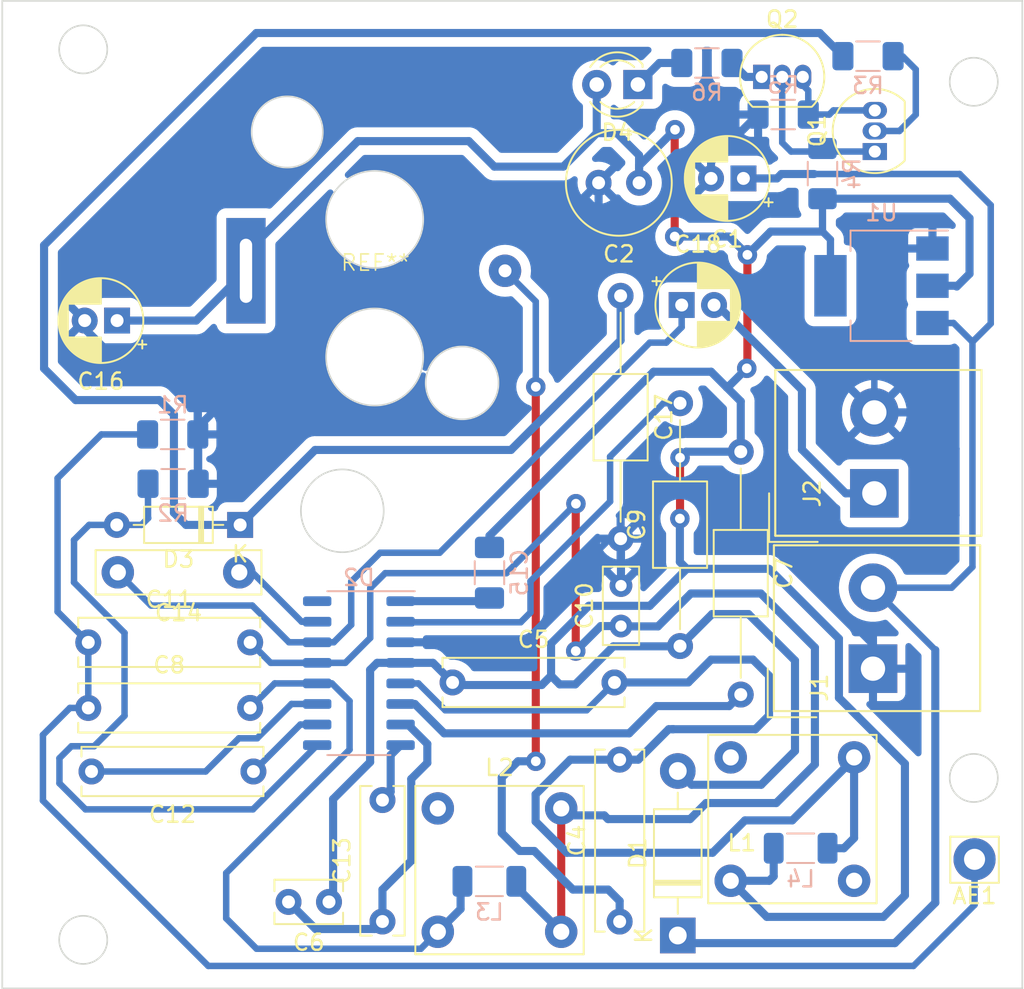
<source format=kicad_pcb>
(kicad_pcb (version 20221018) (generator pcbnew)
  (layers (0 "F.Cu" signal) (31 "B.Cu" signal) (34 "B.Paste" user) (35 "F.Paste" user) (36 "B.SilkS" user "B.Silkscreen") (37 "F.SilkS" user "F.Silkscreen") (38 "B.Mask" user) (39 "F.Mask" user) (44 "Edge.Cuts" user))
  (net 0 "")
  (net 1 "Net-(AE1-A)")
  (net 2 "Net-(D1-K)")
  (net 3 "Earth")
  (net 4 "+3V3")
  (net 5 "Net-(C3-Pad2)")
  (net 6 "Net-(D2-OSC)")
  (net 7 "Net-(C13-Pad1)")
  (net 8 "Net-(C7-Pad2)")
  (net 9 "Net-(D2-input)")
  (net 10 "Net-(C9-Pad2)")
  (net 11 "Net-(C10-Pad1)")
  (net 12 "Net-(C12-Pad1)")
  (net 13 "Net-(C12-Pad2)")
  (net 14 "Net-(C13-Pad2)")
  (net 15 "Net-(C14-Pad1)")
  (net 16 "Net-(D2-MUX)")
  (net 17 "Net-(C15-Pad1)")
  (net 18 "Net-(D3-K)")
  (net 19 "Net-(J2-Pin_1)")
  (net 20 "Net-(D2-fld)")
  (net 22 "Net-(D4-K)")
  (net 23 "Net-(Q1-C)")
  (net 24 "Net-(Q1-B)")
  (net 25 "Net-(Q1-E)")
  (net 26 "Net-(Q2-C)")
  (footprint "Capacitor_THT:CP_Radial_D5.0mm_P2.00mm" (layer "F.Cu") (at 116.275113 60.47 180)
    (fp_text reference "C1")
    (fp_text value "10mk")
  )
  (footprint "my_library:Capasitor_Variable" (layer "F.Cu") (at 93.55 66.175)
    (fp_text reference "REF**")
    (fp_text value "Capasitor_Variable")
  )
  (footprint "Capacitor_THT:C_Rect_L11.0mm_W2.8mm_P10.00mm_MKT" (layer "F.Cu") (at 75.81 93.175)
    (fp_text reference "C8")
    (fp_text value "68")
  )
  (footprint "Capacitor_THT:C_Radial_D6.3mm_H5.0mm_P2.50mm" (layer "F.Cu") (at 109.83 60.74 180)
    (fp_text reference "C2")
    (fp_text value "22mk")
  )
  (footprint "Capacitor_THT:C_Rect_L11.0mm_W2.8mm_P10.00mm_MKT" (layer "F.Cu") (at 86.01 97.1 180)
    (fp_text reference "C12")
    (fp_text value "3.3n")
  )
  (footprint "Capacitor_THT:CP_Radial_D5.0mm_P2.00mm" (layer "F.Cu") (at 77.59 69.25 180)
    (fp_text reference "C16")
    (fp_text value "10mk")
  )
  (footprint "Package_TO_SOT_THT:TO-92_Inline" (layer "F.Cu") (at 124.39 58.81 90)
    (fp_text reference "Q1")
    (fp_text value "BC549")
  )
  (footprint "Capacitor_THT:CP_Radial_D5.0mm_P2.00mm" (layer "F.Cu") (at 112.46 68.29)
    (fp_text reference "C18")
    (fp_text value "10mk")
  )
  (footprint "Capacitor_THT:C_Rect_L11.0mm_W2.8mm_P10.00mm_MKT" (layer "F.Cu") (at 108.63 106.37 90)
    (fp_text reference "C4")
    (fp_text value "C")
  )
  (footprint "Capacitor_THT:C_Rect_L9.0mm_W2.5mm_P7.50mm_MKT" (layer "F.Cu") (at 93.98 106.366 90)
    (fp_text reference "C13")
    (fp_text value "330")
  )
  (footprint "Capacitor_THT:C_Axial_L5.1mm_D3.1mm_P15.00mm_Horizontal" (layer "F.Cu") (at 112.36 89.355 90)
    (fp_text reference "C9")
    (fp_text value "100n")
  )
  (footprint "Inductor_THT:L_Radial_L10.2mm_W10.2mm_Px7.62mm_Py7.62mm_Pulse_LP-30" (layer "F.Cu") (at 97.4 107)
    (fp_text reference "L2")
    (fp_text value "L_Small")
  )
  (footprint "LED_THT:LED_D3.0mm" (layer "F.Cu") (at 109.755 54.67 180)
    (fp_text reference "D4")
    (fp_text value "LED")
  )
  (footprint "Capacitor_THT:C_Rect_L11.0mm_W2.8mm_P10.00mm_MKT" (layer "F.Cu") (at 98.31 91.6)
    (fp_text reference "C5")
    (fp_text value "22")
  )
  (footprint "Inductor_THT:L_Radial_L10.2mm_W10.2mm_Px7.62mm_Py7.62mm_Pulse_LP-30" (layer "F.Cu") (at 115.49 103.85)
    (fp_text reference "L1")
    (fp_text value "L_Trim")
  )
  (footprint "Connector_Pin:Pin_D1.3mm_L11.3mm_W2.8mm_Flat" (layer "F.Cu") (at 130.55 102.525)
    (fp_text reference "AE1")
    (fp_text value "Antenna")
  )
  (footprint "Capacitor_THT:C_Rect_L10.0mm_W2.5mm_P7.50mm_MKS4" (layer "F.Cu") (at 85.135 84.8 180)
    (fp_text reference "C14")
    (fp_text value "270")
  )
  (footprint "Package_TO_SOT_THT:TO-92_Inline" (layer "F.Cu") (at 117.4 54.2)
    (fp_text reference "Q2")
    (fp_text value "BC549")
  )
  (footprint "TerminalBlock_Altech:Altech_AK300_1x02_P5.00mm_45-Degree" (layer "F.Cu") (at 124.36 79.92 90)
    (fp_text reference "J2")
    (fp_text value "Screw_Terminal_01x02")
  )
  (footprint "Diode_THT:D_DO-41_SOD81_P10.16mm_Horizontal" (layer "F.Cu") (at 112.22 107.23 90)
    (fp_text reference "D1")
    (fp_text value "1N4003")
  )
  (footprint "TerminalBlock_Altech:Altech_AK300_1x02_P5.00mm_45-Degree" (layer "F.Cu") (at 124.2763 90.7495 90)
    (fp_text reference "J1")
    (fp_text value "Screw_Terminal_01x02")
  )
  (footprint "Capacitor_THT:C_Axial_L5.1mm_D3.1mm_P15.00mm_Horizontal" (layer "F.Cu") (at 116.11 77.35 -90)
    (fp_text reference "C7")
    (fp_text value "100n")
  )
  (footprint "Capacitor_THT:C_Rect_L4.6mm_W2.0mm_P2.50mm_MKS02_FKP02" (layer "F.Cu") (at 108.712 88.118 90)
    (fp_text reference "C10")
    (fp_text value "220")
  )
  (footprint "Capacitor_THT:C_Rect_L4.0mm_W2.5mm_P2.50mm" (layer "F.Cu") (at 90.678 105.156 180)
    (fp_text reference "C6")
    (fp_text value "1.5n")
  )
  (footprint "Capacitor_THT:C_Axial_L5.1mm_D3.1mm_P15.00mm_Horizontal" (layer "F.Cu") (at 108.69 67.72 -90)
    (fp_text reference "C17")
    (fp_text value "100n")
  )
  (footprint "Diode_THT:D_DO-35_SOD27_P7.62mm_Horizontal" (layer "F.Cu") (at 85.19 81.87 180)
    (fp_text reference "D3")
    (fp_text value "BAW75")
  )
  (footprint "Capacitor_THT:C_Rect_L11.0mm_W2.8mm_P10.00mm_MKT" (layer "F.Cu") (at 75.81 89.125)
    (fp_text reference "C11")
    (fp_text value "56")
  )
  (footprint "Package_SO:SO-16_3.9x9.9mm_P1.27mm" (layer "B.Cu") (at 92.525 91.025 180)
    (fp_text reference "D2")
    (fp_text value "~")
  )
  (footprint "Resistor_SMD:R_1206_3216Metric_Pad1.30x1.75mm_HandSolder" (layer "B.Cu") (at 81.05 79.33)
    (fp_text reference "R2")
    (fp_text value "33k")
  )
  (footprint "Resistor_SMD:R_1206_3216Metric_Pad1.30x1.75mm_HandSolder" (layer "B.Cu") (at 114.02 53.34)
    (fp_text reference "R6")
    (fp_text value "330")
  )
  (footprint "Resistor_SMD:R_1206_3216Metric_Pad1.30x1.75mm_HandSolder" (layer "B.Cu") (at 118.73 56.525 180)
    (fp_text reference "R5")
    (fp_text value "15")
  )
  (footprint "Inductor_SMD:L_1206_3216Metric_Pad1.22x1.90mm_HandSolder" (layer "B.Cu") (at 119.8075 101.84)
    (fp_text reference "L4")
    (fp_text value "L")
  )
  (footprint "Inductor_SMD:L_1206_3216Metric_Pad1.22x1.90mm_HandSolder" (layer "B.Cu") (at 100.584 103.886)
    (fp_text reference "L3")
    (fp_text value "L")
  )
  (footprint "Resistor_SMD:R_1206_3216Metric_Pad1.30x1.75mm_HandSolder" (layer "B.Cu") (at 123.97 52.92)
    (fp_text reference "R3")
    (fp_text value "270k")
  )
  (footprint "Resistor_SMD:R_1206_3216Metric_Pad1.30x1.75mm_HandSolder" (layer "B.Cu") (at 81.024 76.282 180)
    (fp_text reference "R1")
    (fp_text value "10k")
  )
  (footprint "Package_TO_SOT_SMD:SOT-223-3_TabPin2" (layer "B.Cu") (at 124.8 67.1 180)
    (fp_text reference "U1")
    (fp_text value "AMS1117-3.3")
  )
  (footprint "Resistor_SMD:R_1206_3216Metric_Pad1.30x1.75mm_HandSolder" (layer "B.Cu") (at 121.158 60.172 90)
    (fp_text reference "R4")
    (fp_text value "82k")
  )
  (footprint "Capacitor_SMD:C_1206_3216Metric_Pad1.33x1.80mm_HandSolder" (layer "B.Cu") (at 100.59 84.8225 90)
    (fp_text reference "C15")
    (fp_text value "10n")
  )
  (gr_circle (center 75.5 52.5) (end 76.986607 52.5) (stroke (width 0.1)) (fill none) (layer "Edge.Cuts"))
  (gr_circle (center 88.1 57.6) (end 90.3 57.6) (stroke (width 0.1)) (fill none) (layer "Edge.Cuts"))
  (gr_line (start 70.5 49.5) (end 70.5 110.5) (stroke (width 0.1)) (layer "Edge.Cuts"))
  (gr_circle (center 91.5 81) (end 94.057439 81) (stroke (width 0.1)) (fill none) (layer "Edge.Cuts"))
  (gr_circle (center 75.5 107.5) (end 76.986607 107.5) (stroke (width 0.1)) (fill none) (layer "Edge.Cuts"))
  (gr_circle (center 98.9 73.1) (end 101.15 73.1) (stroke (width 0.1)) (fill none) (layer "Edge.Cuts"))
  (gr_circle (center 93.5 63) (end 96.5 63) (stroke (width 0.1)) (fill none) (layer "Edge.Cuts"))
  (gr_line (start 70.5 110.5) (end 133.5 110.5) (stroke (width 0.1)) (layer "Edge.Cuts"))
  (gr_line (start 133.5 49.5) (end 133.5 110.5) (stroke (width 0.1)) (layer "Edge.Cuts"))
  (gr_circle (center 93.5 71.5) (end 96.5 71.5) (stroke (width 0.1)) (fill none) (layer "Edge.Cuts"))
  (gr_circle (center 130.5 54.5) (end 131.986607 54.5) (stroke (width 0.1)) (fill none) (layer "Edge.Cuts"))
  (gr_line (start 70.5 49.5) (end 133.5 49.5) (stroke (width 0.1)) (layer "Edge.Cuts"))
  (gr_circle (center 130.5 97.5) (end 131.986607 97.5) (stroke (width 0.1)) (fill none) (layer "Edge.Cuts"))
  (via (at 123.11 103.85) (size 2) (drill 1) (layers "F.Cu" "B.Cu") (net 0))
  (via (at 97.4 99.38) (size 2) (drill 1) (layers "F.Cu" "B.Cu") (net 0))
  (via (at 115.49 96.23) (size 2) (drill 1) (layers "F.Cu" "B.Cu") (net 0))
  (segment (start 75.81 89.125) (end 75.81 93.175) (width 0.4) (layer "B.Cu") (net 1))
  (segment (start 75.81 93.175) (end 74.675 93.175) (width 0.4) (layer "B.Cu") (net 1))
  (segment (start 75.81 89.125) (end 73.914 87.229) (width 0.4) (layer "B.Cu") (net 1))
  (segment (start 126.78 109.11) (end 130.55 105.34) (width 0.4) (layer "B.Cu") (net 1))
  (segment (start 76.618 76.282) (end 79.474 76.282) (width 0.4) (layer "B.Cu") (net 1))
  (segment (start 74.675 93.175) (end 73.01 94.84) (width 0.4) (layer "B.Cu") (net 1))
  (segment (start 73.914 87.229) (end 73.914 78.986) (width 0.4) (layer "B.Cu") (net 1))
  (segment (start 73.01 98.9) (end 83.22 109.11) (width 0.4) (layer "B.Cu") (net 1))
  (segment (start 73.01 94.84) (end 73.01 98.9) (width 0.4) (layer "B.Cu") (net 1))
  (segment (start 83.22 109.11) (end 126.78 109.11) (width 0.4) (layer "B.Cu") (net 1))
  (segment (start 73.914 78.986) (end 76.618 76.282) (width 0.4) (layer "B.Cu") (net 1))
  (segment (start 130.55 105.34) (end 130.55 102.525) (width 0.4) (layer "B.Cu") (net 1))
  (segment (start 124.2763 85.7495) (end 128.125 89.5982) (width 0.4) (layer "B.Cu") (net 2))
  (segment (start 128.125 105.205) (end 128.125 89.5982) (width 0.5) (layer "B.Cu") (net 2))
  (segment (start 129.628 60.198) (end 131.55 62.12) (width 0.4) (layer "B.Cu") (net 2))
  (segment (start 131.55 62.12) (end 131.55 69.4358) (width 0.4) (layer "B.Cu") (net 2))
  (segment (start 125.63 107.7) (end 128.125 105.205) (width 0.5) (layer "B.Cu") (net 2))
  (segment (start 120.65 60.198) (end 129.628 60.198) (width 0.4) (layer "B.Cu") (net 2))
  (segment (start 112.69 107.7) (end 125.63 107.7) (width 0.5) (layer "B.Cu") (net 2))
  (segment (start 116.275113 60.47) (end 118.346 60.47) (width 0.5) (layer "B.Cu") (net 2))
  (segment (start 112.22 107.23) (end 112.69 107.7) (width 0.5) (layer "B.Cu") (net 2))
  (segment (start 129.1345 85.7495) (end 130.42 84.464) (width 0.4) (layer "B.Cu") (net 2))
  (segment (start 118.618 60.198) (end 120.65 60.198) (width 0.5) (layer "B.Cu") (net 2))
  (segment (start 124.2763 85.7495) (end 129.1345 85.7495) (width 0.4) (layer "B.Cu") (net 2))
  (segment (start 131.55 69.4358) (end 130.42 70.5658) (width 0.4) (layer "B.Cu") (net 2))
  (segment (start 129.2542 69.4) (end 130.42 70.5658) (width 0.4) (layer "B.Cu") (net 2))
  (segment (start 118.346 60.47) (end 118.618 60.198) (width 0.5) (layer "B.Cu") (net 2))
  (segment (start 127.95 69.4) (end 129.2542 69.4) (width 0.4) (layer "B.Cu") (net 2))
  (segment (start 130.42 84.464) (end 130.42 70.5658) (width 0.4) (layer "B.Cu") (net 2))
  (segment (start 112.185113 62.56) (end 114.275113 60.47) (width 0.5) (layer "B.Cu") (net 3))
  (segment (start 102.904 89.12) (end 104.394 87.63) (width 0.4) (layer "B.Cu") (net 3))
  (segment (start 114.275113 59.429887) (end 117.18 56.525) (width 0.5) (layer "B.Cu") (net 3))
  (segment (start 107.33 62.56) (end 110.15 62.56) (width 0.5) (layer "B.Cu") (net 3))
  (segment (start 82.574 76.282) (end 82.574 79.304) (width 0.5) (layer "B.Cu") (net 3))
  (segment (start 94.6 67.51) (end 100.38 61.73) (width 0.5) (layer "B.Cu") (net 3))
  (segment (start 108.712 82.742) (end 108.69 82.72) (width 0.5) (layer "B.Cu") (net 3))
  (segment (start 111.4 80.01) (end 119.23 80.01) (width 0.5) (layer "B.Cu") (net 3))
  (segment (start 124.2763 89.2243) (end 124.2763 90.7495) (width 0.5) (layer "B.Cu") (net 3))
  (segment (start 82.574 79.304) (end 82.6 79.33) (width 0.5) (layer "B.Cu") (net 3))
  (segment (start 104.394 87.63) (end 104.394 86.36) (width 0.4) (layer "B.Cu") (net 3))
  (segment (start 121.92 84.582) (end 121.666 84.836) (width 0.5) (layer "B.Cu") (net 3))
  (segment (start 104.394 86.36) (end 108.154 82.6) (width 0.4) (layer "B.Cu") (net 3))
  (segment (start 110.15 64.77) (end 110.15 62.56) (width 0.5) (layer "B.Cu") (net 3))
  (segment (start 124.36 71.628) (end 124.36 74.92) (width 0.4) (layer "B.Cu") (net 3))
  (segment (start 81.34 72.05) (end 82.574 73.284) (width 0.5) (layer "B.Cu") (net 3))
  (segment (start 75.59 69.75) (end 77.89 72.05) (width 0.5) (layer "B.Cu") (net 3))
  (segment (start 110.15 62.56) (end 112.185113 62.56) (width 0.5) (layer "B.Cu") (net 3))
  (segment (start 121.666 86.614) (end 124.2763 89.2243) (width 0.5) (layer "B.Cu") (net 3))
  (segment (start 77.89 72.05) (end 81.34 72.05) (width 0.5) (layer "B.Cu") (net 3))
  (segment (start 119.71 70.75) (end 118.12 69.16) (width 0.5) (layer "B.Cu") (net 3))
  (segment (start 129.38 81.27995) (end 127.34795 83.312) (width 0.5) (layer "B.Cu") (net 3))
  (segment (start 108.712 85.618) (end 108.712 82.742) (width 0.5) (layer "B.Cu") (net 3))
  (segment (start 90.91 67.51) (end 94.6 67.51) (width 0.5) (layer "B.Cu") (net 3))
  (segment (start 127.14 74.92) (end 129.38 77.16) (width 0.5) (layer "B.Cu") (net 3))
  (segment (start 123.19 83.312) (end 121.92 84.582) (width 0.5) (layer "B.Cu") (net 3))
  (segment (start 108.69 82.72) (end 111.4 80.01) (width 0.5) (layer "B.Cu") (net 3))
  (segment (start 118.12 69.16) (end 118.12 69.09) (width 0.5) (layer "B.Cu") (net 3))
  (segment (start 95.1 89.12) (end 102.904 89.12) (width 0.4) (layer "B.Cu") (net 3))
  (segment (start 121.666 84.836) (end 121.666 86.614) (width 0.5) (layer "B.Cu") (net 3))
  (segment (start 119.23 80.01) (end 121.92 82.7) (width 0.5) (layer "B.Cu") (net 3))
  (segment (start 82.6 75.82) (end 90.91 67.51) (width 0.5) (layer "B.Cu") (net 3))
  (segment (start 121.92 82.7) (end 121.92 84.582) (width 0.5) (layer "B.Cu") (net 3))
  (segment (start 118.12 69.09) (end 115.18 66.15) (width 0.5) (layer "B.Cu") (net 3))
  (segment (start 124.36 74.92) (end 127.14 74.92) (width 0.5) (layer "B.Cu") (net 3))
  (segment (start 127.34795 83.312) (end 123.19 83.312) (width 0.5) (layer "B.Cu") (net 3))
  (segment (start 124.36 70.104) (end 124.36 70.75) (width 0.4) (layer "B.Cu") (net 3))
  (segment (start 82.574 73.284) (end 82.574 76.282) (width 0.5) (layer "B.Cu") (net 3))
  (segment (start 124.36 70.75) (end 119.71 70.75) (width 0.5) (layer "B.Cu") (net 3))
  (segment (start 114.275113 60.47) (end 114.275113 59.429887) (width 0.5) (layer "B.Cu") (net 3))
  (segment (start 111.53 66.15) (end 110.15 64.77) (width 0.5) (layer "B.Cu") (net 3))
  (segment (start 124.36 66.565) (end 124.36 70.104) (width 0.4) (layer "B.Cu") (net 3))
  (segment (start 127.95 64.8) (end 126.125 64.8) (width 0.4) (layer "B.Cu") (net 3))
  (segment (start 106.5 61.73) (end 107.33 62.56) (width 0.5) (layer "B.Cu") (net 3))
  (segment (start 124.36 70.75) (end 124.36 71.628) (width 0.4) (layer "B.Cu") (net 3))
  (segment (start 107.33 62.56) (end 107.33 60.74) (width 0.5) (layer "B.Cu") (net 3))
  (segment (start 129.38 77.16) (end 129.38 81.27995) (width 0.5) (layer "B.Cu") (net 3))
  (segment (start 100.38 61.73) (end 106.5 61.73) (width 0.5) (layer "B.Cu") (net 3))
  (segment (start 108.154 82.6) (end 109.075 82.6) (width 0.4) (layer "B.Cu") (net 3))
  (segment (start 82.6 79.33) (end 82.6 75.82) (width 0.5) (layer "B.Cu") (net 3))
  (segment (start 115.18 66.15) (end 111.53 66.15) (width 0.5) (layer "B.Cu") (net 3))
  (segment (start 75.59 69.25) (end 75.59 69.75) (width 0.5) (layer "B.Cu") (net 3))
  (segment (start 126.125 64.8) (end 124.36 66.565) (width 0.4) (layer "B.Cu") (net 3))
  (segment (start 112.03 57.48) (end 112.03 64.06) (width 0.5) (layer "F.Cu") (net 4))
  (segment (start 116.52 65.19) (end 116.52 72.16) (width 0.5) (layer "F.Cu") (net 4))
  (segment (start 112.05 57.46) (end 112.03 57.48) (width 0.5) (layer "F.Cu") (net 4))
  (segment (start 112.35 81.48) (end 112.36 81.47) (width 0.5) (layer "F.Cu") (net 4))
  (segment (start 116.52 72.16) (end 116.48 72.2) (width 0.5) (layer "F.Cu") (net 4))
  (segment (start 112.36 81.47) (end 112.36 77.72) (width 0.5) (layer "F.Cu") (net 4))
  (via (at 116.52 65.19) (size 1.2) (drill 0.6) (layers "F.Cu" "B.Cu") (net 4))
  (via (at 112.36 77.72) (size 1.2) (drill 0.6) (layers "F.Cu" "B.Cu") (net 4))
  (via (at 112.05 57.46) (size 1.2) (drill 0.6) (layers "F.Cu" "B.Cu") (net 4))
  (via (at 112.35 81.48) (size 1.2) (drill 0.6) (layers "F.Cu" "B.Cu") (net 4))
  (via (at 112.03 64.06) (size 1.2) (drill 0.6) (layers "F.Cu" "B.Cu") (net 4))
  (via (at 116.48 72.2) (size 1.2) (drill 0.6) (layers "F.Cu" "B.Cu") (net 4))
  (segment (start 122.174 88.9) (end 117.856 84.582) (width 0.5) (layer "B.Cu") (net 4))
  (segment (start 117.856 84.582) (end 112.776 84.582) (width 0.5) (layer "B.Cu") (net 4))
  (segment (start 117.72 106.08) (end 124.92 106.08) (width 0.5) (layer "B.Cu") (net 4))
  (segment (start 110.724 72.41) (end 114.28 72.41) (width 0.5) (layer "B.Cu") (net 4))
  (segment (start 116.11 77.35) (end 112.73 77.35) (width 0.5) (layer "B.Cu") (net 4))
  (segment (start 98.47 91.76) (end 103.82 91.76) (width 0.5) (layer "B.Cu") (net 4))
  (segment (start 115.39 64.06) (end 116.52 65.19) (width 0.5) (layer "B.Cu") (net 4))
  (segment (start 105.89 91.72) (end 108.24 89.37) (width 0.5) (layer "B.Cu") (net 4))
  (segment (start 95.1 90.39) (end 93.65 90.39) (width 0.5) (layer "B.Cu") (net 4))
  (segment (start 115.49 103.85) (end 117.87 103.85) (width 0.5) (layer "B.Cu") (net 4))
  (segment (start 117.37 97.92) (end 119.46 95.83) (width 0.5) (layer "B.Cu") (net 4))
  (segment (start 112.35 84.156) (end 112.776 84.582) (width 0.5) (layer "B.Cu") (net 4))
  (segment (start 99.314 58.166) (end 100.890025 59.742025) (width 0.5) (layer "B.Cu") (net 4))
  (segment (start 116.48 72.2) (end 115.3 73.38) (width 0.5) (layer "B.Cu") (net 4))
  (segment (start 107.215 57.675) (end 107.215 54.67) (width 0.5) (layer "B.Cu") (net 4))
  (segment (start 103.82 91.76) (end 104.394 91.186) (width 0.5) (layer "B.Cu") (net 4))
  (segment (start 122.174 92.5472) (end 122.174 88.9) (width 0.5) (layer "B.Cu") (net 4))
  (segment (start 85.55 65.072) (end 92.456 58.166) (width 0.5) (layer "B.Cu") (net 4))
  (segment (start 115.3 73.38) (end 115.25 73.38) (width 0.5) (layer "B.Cu") (net 4))
  (segment (start 112.35 81.48) (end 112.35 84.156) (width 0.5) (layer "B.Cu") (net 4))
  (segment (start 130.24 66.36) (end 129.45 67.15) (width 0.5) (layer "B.Cu") (net 4))
  (segment (start 118.145 103.575) (end 118.145 101.84) (width 0.5) (layer "B.Cu") (net 4))
  (segment (start 112.73 77.35) (end 112.36 77.72) (width 0.5) (layer "B.Cu") (net 4))
  (segment (start 104.394 89.196) (end 106.722 86.868) (width 0.5) (layer "B.Cu") (net 4))
  (segment (start 109.83 60.74) (end 109.83 59.68) (width 0.5) (layer "B.Cu") (net 4))
  (segment (start 77.59 69.25) (end 82.475 69.25) (width 0.5) (layer "B.Cu") (net 4))
  (segment (start 112.22 97.07) (end 113.07 97.92) (width 0.5) (layer "B.Cu") (net 4))
  (segment (start 121.65 67.1) (end 121.65 64.246) (width 0.45) (layer "B.Cu") (net 4))
  (segment (start 116.11 74.24) (end 116.11 77.35) (width 0.5) (layer "B.Cu") (net 4))
  (segment (start 121.158 63.754) (end 121.158 61.722) (width 0.45) (layer "B.Cu") (net 4))
  (segment (start 95.1 90.39) (end 97.1 90.39) (width 0.5) (layer "B.Cu") (net 4))
  (segment (start 124.92 106.08) (end 126.25 104.75) (width 0.5) (layer "B.Cu") (net 4))
  (segment (start 93.218 96.52) (end 90.932 98.806) (width 0.5) (layer "B.Cu") (net 4))
  (segment (start 129.45 67.15) (end 129.4 67.1) (width 0.4) (layer "B.Cu") (net 4))
  (segment (start 126.25 104.75) (end 126.25 96.6232) (width 0.5) (layer "B.Cu") (net 4))
  (segment (start 97.1 90.39) (end 98.31 91.6) (width 0.5) (layer "B.Cu") (net 4))
  (segment (start 114.339 87.376) (end 112.36 89.355) (width 0.5) (layer "B.Cu") (net 4))
  (segment (start 93.65 90.39) (end 93.218 90.822) (width 0.5) (layer "B.Cu") (net 4))
  (segment (start 109.83 60.74) (end 109.83 59.04) (width 0.5) (layer "B.Cu") (net 4))
  (segment (start 100.59 82.544) (end 110.724 72.41) (width 0.5) (layer "B.Cu") (net 4))
  (segment (start 119.46 95.83) (end 119.46 90.25) (width 0.5) (layer "B.Cu") (net 4))
  (segment (start 108.24 89.37) (end 112.345 89.37) (width 0.5) (layer "B.Cu") (net 4))
  (segment (start 108.465 57.675) (end 107.215 57.675) (width 0.5) (layer "B.Cu") (net 4))
  (segment (start 105.147975 59.742025) (end 107.215 57.675) (width 0.5) (layer "B.Cu") (net 4))
  (segment (start 116.52 65.19) (end 117.956 63.754) (width 0.5) (layer "B.Cu") (net 4))
  (segment (start 100.890025 59.742025) (end 105.147975 59.742025) (width 0.5) (layer "B.Cu") (net 4))
  (segment (start 92.456 58.166) (end 99.314 58.166) (width 0.5) (layer "B.Cu") (net 4))
  (segment (start 129.4 67.1) (end 127.95 67.1) (width 0.5) (layer "B.Cu") (net 4))
  (segment (start 121.65 64.246) (end 121.158 63.754) (width 0.45) (layer "B.Cu") (net 4))
  (segment (start 117.87 103.85) (end 118.145 103.575) (width 0.5) (layer "B.Cu") (net 4))
  (segment (start 109.83 59.68) (end 112.05 57.46) (width 0.5) (layer "B.Cu") (net 4))
  (segment (start 112.345 89.37) (end 112.36 89.355) (width 0.5) (layer "B.Cu") (net 4))
  (segment (start 100.59 83.26) (end 100.59 82.544) (width 0.5) (layer "B.Cu") (net 4))
  (segment (start 109.83 59.04) (end 108.465 57.675) (width 0.5) (layer "B.Cu") (net 4))
  (segment (start 117.956 63.754) (end 121.158 63.754) (width 0.5) (layer "B.Cu") (net 4))
  (segment (start 126.25 96.6232) (end 122.174 92.5472) (width 0.5) (layer "B.Cu") (net 4))
  (segment (start 90.932 98.806) (end 90.932 104.902) (width 0.5) (layer "B.Cu") (net 4))
  (segment (start 104.394 91.186) (end 104.394 89.196) (width 0.5) (layer "B.Cu") (net 4))
  (segment (start 116.586 87.376) (end 114.339 87.376) (width 0.5) (layer "B.Cu") (net 4))
  (segment (start 104.928 91.72) (end 105.89 91.72) (width 0.5) (layer "B.Cu") (net 4))
  (segment (start 93.218 90.822) (end 93.218 96.52) (width 0.5) (layer "B.Cu") (net 4))
  (segment (start 112.03 64.06) (end 115.39 64.06) (width 0.5) (layer "B.Cu") (net 4))
  (segment (start 129.032 61.722) (end 130.24 62.93) (width 0.5) (layer "B.Cu") (net 4))
  (segment (start 110.49 86.868) (end 112.776 84.582) (width 0.5) (layer "B.Cu") (net 4))
  (segment (start 119.46 90.25) (end 116.586 87.376) (width 0.5) (layer "B.Cu") (net 4))
  (segment (start 90.932 104.902) (end 90.678 105.156) (width 0.5) (layer "B.Cu") (net 4))
  (segment (start 82.475 69.25) (end 85.55 66.175) (width 0.5) (layer "B.Cu") (net 4))
  (segment (start 115.49 103.85) (end 117.72 106.08) (width 0.5) (layer "B.Cu") (net 4))
  (segment (start 130.24 62.93) (end 130.24 66.36) (width 0.5) (layer "B.Cu") (net 4))
  (segment (start 121.158 61.722) (end 129.032 61.722) (width 0.5) (layer "B.Cu") (net 4))
  (segment (start 104.394 91.186) (end 104.928 91.72) (width 0.5) (layer "B.Cu") (net 4))
  (segment (start 98.31 91.6) (end 98.47 91.76) (width 0.5) (layer "B.Cu") (net 4))
  (segment (start 113.07 97.92) (end 117.37 97.92) (width 0.5) (layer "B.Cu") (net 4))
  (segment (start 114.28 72.41) (end 115.25 73.38) (width 0.5) (layer "B.Cu") (net 4))
  (segment (start 85.55 66.175) (end 85.55 65.072) (width 0.5) (layer "B.Cu") (net 4))
  (segment (start 106.722 86.868) (end 110.49 86.868) (width 0.5) (layer "B.Cu") (net 4))
  (segment (start 115.25 73.38) (end 116.11 74.24) (width 0.5) (layer "B.Cu") (net 4))
  (segment (start 103.45 96.47) (end 103.45 73.34) (width 0.5) (layer "F.Cu") (net 5))
  (via (at 103.45 73.34) (size 1.2) (drill 0.6) (layers "F.Cu" "B.Cu") (net 5))
  (via (at 103.45 96.47) (size 1.2) (drill 0.6) (layers "F.Cu" "B.Cu") (net 5))
  (segment (start 108.63 105.1) (end 108.63 106.37) (width 0.5) (layer "B.Cu") (net 5))
  (segment (start 102.46 102.01) (end 103.36 102.01) (width 0.5) (layer "B.Cu") (net 5))
  (segment (start 105.744 104.394) (end 107.924 104.394) (width 0.5) (layer "B.Cu") (net 5))
  (segment (start 101.35 97.47) (end 101.35 100.9) (width 0.5) (layer "B.Cu") (net 5))
  (segment (start 101.35 100.9) (end 102.46 102.01) (width 0.5) (layer "B.Cu") (net 5))
  (segment (start 103.45 96.47) (end 102.35 96.47) (width 0.5) (layer "B.Cu") (net 5))
  (segment (start 102.35 96.47) (end 101.35 97.47) (width 0.5) (layer "B.Cu") (net 5))
  (segment (start 103.36 102.01) (end 105.744 104.394) (width 0.5) (layer "B.Cu") (net 5))
  (segment (start 103.45 68.075) (end 101.55 66.175) (width 0.4) (layer "B.Cu") (net 5))
  (segment (start 107.924 104.394) (end 108.63 105.1) (width 0.5) (layer "B.Cu") (net 5))
  (segment (start 103.45 73.34) (end 103.45 68.075) (width 0.4) (layer "B.Cu") (net 5))
  (segment (start 116.86 90.19) (end 114.28 90.19) (width 0.5) (layer "B.Cu") (net 6))
  (segment (start 111.662 94.488) (end 111.94 94.488) (width 0.5) (layer "B.Cu") (net 6))
  (segment (start 108.63 96.37) (end 105.58 96.37) (width 0.5) (layer "B.Cu") (net 6))
  (segment (start 105.58 96.37) (end 103.44 98.51) (width 0.5) (layer "B.Cu") (net 6))
  (segment (start 108.63 96.37) (end 109.78 96.37) (width 0.5) (layer "B.Cu") (net 6))
  (segment (start 103.44 98.51) (end 103.44 100.19) (width 0.5) (layer "B.Cu") (net 6))
  (segment (start 100 93.32) (end 106.59 93.32) (width 0.4) (layer "B.Cu") (net 6))
  (segment (start 112.87 91.6) (end 108.31 91.6) (width 0.5) (layer "B.Cu") (net 6))
  (segment (start 111.84 94.488) (end 111.94 94.488) (width 0.5) (layer "B.Cu") (net 6))
  (segment (start 123.11 96.3) (end 123.11 96.23) (width 0.5) (layer "B.Cu") (net 6))
  (segment (start 106.59 93.32) (end 108.31 91.6) (width 0.4) (layer "B.Cu") (net 6))
  (segment (start 117.856 93.644) (end 117.856 91.186) (width 0.5) (layer "B.Cu") (net 6))
  (segment (start 117.012 94.488) (end 117.856 93.644) (width 0.5) (layer "B.Cu") (net 6))
  (segment (start 103.44 100.19) (end 105.37 102.12) (width 0.5) (layer "B.Cu") (net 6))
  (segment (start 122.48 101.84) (end 123.11 101.21) (width 0.5) (layer "B.Cu") (net 6))
  (segment (start 111.94 94.488) (end 117.012 94.488) (width 0.5) (layer "B.Cu") (net 6))
  (segment (start 105.37 102.12) (end 114.37 102.12) (width 0.5) (layer "B.Cu") (net 6))
  (segment (start 114.37 102.12) (end 116.37 100.12) (width 0.5) (layer "B.Cu") (net 6))
  (segment (start 121.47 101.84) (end 122.48 101.84) (width 0.5) (layer "B.Cu") (net 6))
  (segment (start 117.856 91.186) (end 116.86 90.19) (width 0.5) (layer "B.Cu") (net 6))
  (segment (start 114.28 90.19) (end 112.87 91.6) (width 0.5) (layer "B.Cu") (net 6))
  (segment (start 119.29 100.12) (end 123.11 96.3) (width 0.5) (layer "B.Cu") (net 6))
  (segment (start 97.86 93.32) (end 100 93.32) (width 0.4) (layer "B.Cu") (net 6))
  (segment (start 95.1 91.66) (end 96.2 91.66) (width 0.4) (layer "B.Cu") (net 6))
  (segment (start 96.2 91.66) (end 97.86 93.32) (width 0.4) (layer "B.Cu") (net 6))
  (segment (start 109.78 96.37) (end 111.662 94.488) (width 0.5) (layer "B.Cu") (net 6))
  (segment (start 116.37 100.12) (end 119.29 100.12) (width 0.5) (layer "B.Cu") (net 6))
  (segment (start 123.11 101.21) (end 123.11 96.23) (width 0.5) (layer "B.Cu") (net 6))
  (segment (start 95.758 102.616) (end 93.98 104.394) (width 0.5) (layer "B.Cu") (net 7))
  (segment (start 95.553528 94.2) (end 96.75 95.396472) (width 0.5) (layer "B.Cu") (net 7))
  (segment (start 89.852 106.83) (end 93.516 106.83) (width 0.5) (layer "B.Cu") (net 7))
  (segment (start 95.758 97.56205) (end 95.758 102.616) (width 0.5) (layer "B.Cu") (net 7))
  (segment (start 93.98 104.394) (end 93.98 106.366) (width 0.5) (layer "B.Cu") (net 7))
  (segment (start 93.516 106.83) (end 93.98 106.366) (width 0.5) (layer "B.Cu") (net 7))
  (segment (start 96.75 96.57005) (end 95.758 97.56205) (width 0.5) (layer "B.Cu") (net 7))
  (segment (start 88.178 105.156) (end 89.852 106.83) (width 0.5) (layer "B.Cu") (net 7))
  (segment (start 95.1 94.2) (end 95.553528 94.2) (width 0.5) (layer "B.Cu") (net 7))
  (segment (start 96.75 95.396472) (end 96.75 96.57005) (width 0.5) (layer "B.Cu") (net 7))
  (segment (start 97.79 94.742) (end 109.22 94.742) (width 0.5) (layer "B.Cu") (net 8))
  (segment (start 115.4 93.06) (end 116.11 92.35) (width 0.5) (layer "B.Cu") (net 8))
  (segment (start 95.978 92.93) (end 97.79 94.742) (width 0.5) (layer "B.Cu") (net 8))
  (segment (start 95.1 92.93) (end 95.978 92.93) (width 0.5) (layer "B.Cu") (net 8))
  (segment (start 109.22 94.742) (end 110.902 93.06) (width 0.5) (layer "B.Cu") (net 8))
  (segment (start 110.902 93.06) (end 115.4 93.06) (width 0.5) (layer "B.Cu") (net 8))
  (segment (start 91.948 95.752) (end 84.328 103.372) (width 0.4) (layer "B.Cu") (net 9))
  (segment (start 98.806 104.0015) (end 98.9215 103.886) (width 0.4) (layer "B.Cu") (net 9))
  (segment (start 86.206 108.05) (end 96.35 108.05) (width 0.4) (layer "B.Cu") (net 9))
  (segment (start 97.4 107) (end 98.806 105.594) (width 0.5) (layer "B.Cu") (net 9))
  (segment (start 90.86 91.66) (end 91.948 92.748) (width 0.4) (layer "B.Cu") (net 9))
  (segment (start 96.35 108.05) (end 97.4 107) (width 0.4) (layer "B.Cu") (net 9))
  (segment (start 89.95 91.66) (end 90.86 91.66) (width 0.4) (layer "B.Cu") (net 9))
  (segment (start 91.948 92.748) (end 91.948 95.752) (width 0.4) (layer "B.Cu") (net 9))
  (segment (start 84.328 103.372) (end 84.328 106.172) (width 0.4) (layer "B.Cu") (net 9))
  (segment (start 98.806 105.594) (end 98.806 104.0015) (width 0.5) (layer "B.Cu") (net 9))
  (segment (start 87.325 91.66) (end 89.95 91.66) (width 0.4) (layer "B.Cu") (net 9))
  (segment (start 84.328 106.172) (end 86.206 108.05) (width 0.4) (layer "B.Cu") (net 9))
  (segment (start 85.81 93.175) (end 87.325 91.66) (width 0.4) (layer "B.Cu") (net 9))
  (segment (start 103.124 85.344) (end 103.124 87.276) (width 0.4) (layer "B.Cu") (net 10))
  (segment (start 108.04 77.65) (end 108.04 80.428) (width 0.4) (layer "B.Cu") (net 10))
  (segment (start 95.134 87.884) (end 95.1 87.85) (width 0.4) (layer "B.Cu") (net 10))
  (segment (start 108.04 80.428) (end 103.124 85.344) (width 0.4) (layer "B.Cu") (net 10))
  (segment (start 102.516 87.884) (end 95.134 87.884) (width 0.4) (layer "B.Cu") (net 10))
  (segment (start 103.124 87.276) (end 102.516 87.884) (width 0.4) (layer "B.Cu") (net 10))
  (segment (start 112.36 74.355) (end 111.335 74.355) (width 0.4) (layer "B.Cu") (net 10))
  (segment (start 111.335 74.355) (end 108.04 77.65) (width 0.4) (layer "B.Cu") (net 10))
  (segment (start 105.918 80.612) (end 105.96 80.57) (width 0.5) (layer "F.Cu") (net 11))
  (segment (start 105.918 89.662) (end 105.918 80.612) (width 0.5) (layer "F.Cu") (net 11))
  (segment (start 105.02 99.38) (end 105.02 107) (width 0.5) (layer "F.Cu") (net 11))
  (via (at 105.918 89.662) (size 1.2) (drill 0.6) (layers "F.Cu" "B.Cu") (net 11))
  (via (at 105.93 80.56) (size 1.2) (drill 0.6) (layers "F.Cu" "B.Cu") (net 11))
  (via (at 105.02 107) (size 2) (drill 1) (layers "F.Cu" "B.Cu") (net 11))
  (segment (start 105.02 99.38) (end 105.45 99.81) (width 0.5) (layer "B.Cu") (net 11))
  (segment (start 107.462 88.118) (end 108.712 88.118) (width 0.5) (layer "B.Cu") (net 11))
  (segment (start 89.95 90.39) (end 91.685 90.39) (width 0.4) (layer "B.Cu") (net 11))
  (segment (start 112.98 100.04) (end 113.97 99.05) (width 0.5) (layer "B.Cu") (net 11))
  (segment (start 91.685 90.39) (end 93.225 88.85) (width 0.4) (layer "B.Cu") (net 11))
  (segment (start 94.15 84.85) (end 101.64 84.85) (width 0.4) (layer "B.Cu") (net 11))
  (segment (start 101.64 84.85) (end 105.93 80.56) (width 0.4) (layer "B.Cu") (net 11))
  (segment (start 105.45 99.81) (end 107.68 99.81) (width 0.5) (layer "B.Cu") (net 11))
  (segment (start 107.91 100.04) (end 112.98 100.04) (width 0.5) (layer "B.Cu") (net 11))
  (segment (start 93.225 88.85) (end 93.225 85.775) (width 0.4) (layer "B.Cu") (net 11))
  (segment (start 102.2465 104.2265) (end 105.02 107) (width 0.5) (layer "B.Cu") (net 11))
  (segment (start 110.998 88.138) (end 108.732 88.138) (width 0.5) (layer "B.Cu") (net 11))
  (segment (start 118.3 99.05) (end 120.69 96.66) (width 0.5) (layer "B.Cu") (net 11))
  (segment (start 120.69 89.448) (end 117.348 86.106) (width 0.5) (layer "B.Cu") (net 11))
  (segment (start 93.225 85.775) (end 94.15 84.85) (width 0.4) (layer "B.Cu") (net 11))
  (segment (start 105.918 89.662) (end 107.462 88.118) (width 0.5) (layer "B.Cu") (net 11))
  (segment (start 87.075 90.39) (end 89.95 90.39) (width 0.4) (layer "B.Cu") (net 11))
  (segment (start 107.68 99.81) (end 107.91 100.04) (width 0.5) (layer "B.Cu") (net 11))
  (segment (start 120.69 96.66) (end 120.69 89.448) (width 0.5) (layer "B.Cu") (net 11))
  (segment (start 113.97 99.05) (end 118.3 99.05) (width 0.5) (layer "B.Cu") (net 11))
  (segment (start 102.2465 103.886) (end 102.2465 104.2265) (width 0.5) (layer "B.Cu") (net 11))
  (segment (start 117.348 86.106) (end 113.03 86.106) (width 0.5) (layer "B.Cu") (net 11))
  (segment (start 108.732 88.138) (end 108.712 88.118) (width 0.5) (layer "B.Cu") (net 11))
  (segment (start 85.81 89.125) (end 87.075 90.39) (width 0.4) (layer "B.Cu") (net 11))
  (segment (start 113.03 86.106) (end 110.998 88.138) (width 0.5) (layer "B.Cu") (net 11))
  (segment (start 86.01 97.1) (end 88.91 94.2) (width 0.4) (layer "B.Cu") (net 12))
  (segment (start 88.91 94.2) (end 89.95 94.2) (width 0.4) (layer "B.Cu") (net 12))
  (segment (start 83.06 97.1) (end 85.11 95.05) (width 0.4) (layer "B.Cu") (net 13))
  (segment (start 85.11 95.05) (end 86.24 95.05) (width 0.4) (layer "B.Cu") (net 13))
  (segment (start 86.24 95.05) (end 88.36 92.93) (width 0.4) (layer "B.Cu") (net 13))
  (segment (start 76.01 97.1) (end 83.06 97.1) (width 0.4) (layer "B.Cu") (net 13))
  (segment (start 88.36 92.93) (end 89.95 92.93) (width 0.4) (layer "B.Cu") (net 13))
  (segment (start 93.98 98.866) (end 94.488 98.358) (width 0.5) (layer "B.Cu") (net 14))
  (segment (start 94.488 98.358) (end 94.488 96.082) (width 0.5) (layer "B.Cu") (net 14))
  (segment (start 94.488 96.082) (end 95.1 95.47) (width 0.5) (layer "B.Cu") (net 14))
  (segment (start 85.135 84.8) (end 85.94 84.8) (width 0.4) (layer "B.Cu") (net 15))
  (segment (start 88.99 87.85) (end 89.95 87.85) (width 0.4) (layer "B.Cu") (net 15))
  (segment (start 85.135 84.8) (end 85.75 84.8) (width 0.4) (layer "B.Cu") (net 15))
  (segment (start 85.94 84.8) (end 88.99 87.85) (width 0.4) (layer "B.Cu") (net 15))
  (segment (start 92.05 85.375) (end 93.835 83.59) (width 0.4) (layer "B.Cu") (net 16))
  (segment (start 111.506 70.612) (end 112.46 69.658) (width 0.4) (layer "B.Cu") (net 16))
  (segment (start 89.95 89.12) (end 90.97 89.12) (width 0.4) (layer "B.Cu") (net 16))
  (segment (start 79.685 86.85) (end 85.94 86.85) (width 0.4) (layer "B.Cu") (net 16))
  (segment (start 93.835 83.59) (end 97.512 83.59) (width 0.4) (layer "B.Cu") (net 16))
  (segment (start 112.46 69.658) (end 112.46 68.29) (width 0.4) (layer "B.Cu") (net 16))
  (segment (start 77.635 84.8) (end 79.685 86.85) (width 0.4) (layer "B.Cu") (net 16))
  (segment (start 92.05 88.04) (end 92.05 85.375) (width 0.4) (layer "B.Cu") (net 16))
  (segment (start 85.94 86.85) (end 88.21 89.12) (width 0.4) (layer "B.Cu") (net 16))
  (segment (start 88.21 89.12) (end 89.95 89.12) (width 0.4) (layer "B.Cu") (net 16))
  (segment (start 110.49 70.612) (end 111.506 70.612) (width 0.4) (layer "B.Cu") (net 16))
  (segment (start 90.97 89.12) (end 92.05 88.04) (width 0.4) (layer "B.Cu") (net 16))
  (segment (start 97.512 83.59) (end 110.49 70.612) (width 0.4) (layer "B.Cu") (net 16))
  (segment (start 100.395 86.58) (end 100.59 86.385) (width 0.5) (layer "B.Cu") (net 17))
  (segment (start 95.1 86.58) (end 100.395 86.58) (width 0.5) (layer "B.Cu") (net 17))
  (segment (start 81.1 81.12) (end 81.85 81.87) (width 0.5) (layer "B.Cu") (net 18))
  (segment (start 81.1 75.06) (end 81.1 81.12) (width 0.5) (layer "B.Cu") (net 18))
  (segment (start 89.82 77.24) (end 101.92 77.24) (width 0.5) (layer "B.Cu") (net 18))
  (segment (start 108.69 70.47) (end 108.69 67.72) (width 0.5) (layer "B.Cu") (net 18))
  (segment (start 85.19 81.87) (end 89.82 77.24) (width 0.5) (layer "B.Cu") (net 18))
  (segment (start 75.03 74.16) (end 80.2 74.16) (width 0.5) (layer "B.Cu") (net 18))
  (segment (start 80.2 74.16) (end 81.1 75.06) (width 0.5) (layer "B.Cu") (net 18))
  (segment (start 101.92 77.24) (end 108.69 70.47) (width 0.5) (layer "B.Cu") (net 18))
  (segment (start 73.08 64.6) (end 73.08 72.21) (width 0.5) (layer "B.Cu") (net 18))
  (segment (start 120.99 51.49) (end 86.19 51.49) (width 0.5) (layer "B.Cu") (net 18))
  (segment (start 73.08 72.21) (end 75.03 74.16) (width 0.5) (layer "B.Cu") (net 18))
  (segment (start 86.19 51.49) (end 73.08 64.6) (width 0.5) (layer "B.Cu") (net 18))
  (segment (start 122.42 52.92) (end 120.99 51.49) (width 0.5) (layer "B.Cu") (net 18))
  (segment (start 81.85 81.87) (end 85.19 81.87) (width 0.5) (layer "B.Cu") (net 18))
  (segment (start 119.888 73.528) (end 119.888 77.216) (width 0.5) (layer "B.Cu") (net 19))
  (segment (start 122.592 79.92) (end 124.36 79.92) (width 0.5) (layer "B.Cu") (net 19))
  (segment (start 114.65 68.29) (end 119.888 73.528) (width 0.5) (layer "B.Cu") (net 19))
  (segment (start 119.888 77.216) (end 122.592 79.92) (width 0.5) (layer "B.Cu") (net 19))
  (segment (start 114.46 68.29) (end 114.65 68.29) (width 0.5) (layer "B.Cu") (net 19))
  (segment (start 79.51 81.45) (end 79.5 81.44) (width 0.4) (layer "B.Cu") (net 20))
  (segment (start 79.09 81.87) (end 79.51 81.45) (width 0.4) (layer "B.Cu") (net 20))
  (segment (start 77.57 81.87) (end 79.09 81.87) (width 0.4) (layer "B.Cu") (net 20))
  (segment (start 74.93 82.804) (end 75.864 81.87) (width 0.4) (layer "B.Cu") (net 20))
  (segment (start 85.98 99.44) (end 75.64 99.44) (width 0.4) (layer "B.Cu") (net 20))
  (segment (start 79.5 81.44) (end 79.5 79.33) (width 0.4) (layer "B.Cu") (net 20))
  (segment (start 78.05 88.54) (end 74.93 85.42) (width 0.4) (layer "B.Cu") (net 20))
  (segment (start 76.17 95.54) (end 78.05 93.66) (width 0.4) (layer "B.Cu") (net 20))
  (segment (start 74.77 95.54) (end 76.17 95.54) (width 0.4) (layer "B.Cu") (net 20))
  (segment (start 75.864 81.87) (end 77.57 81.87) (width 0.4) (layer "B.Cu") (net 20))
  (segment (start 78.05 93.66) (end 78.05 88.54) (width 0.4) (layer "B.Cu") (net 20))
  (segment (start 74.93 85.42) (end 74.93 82.804) (width 0.4) (layer "B.Cu") (net 20))
  (segment (start 75.64 99.44) (end 74.03 97.83) (width 0.4) (layer "B.Cu") (net 20))
  (segment (start 89.95 95.47) (end 85.98 99.44) (width 0.4) (layer "B.Cu") (net 20))
  (segment (start 74.03 97.83) (end 74.03 96.28) (width 0.4) (layer "B.Cu") (net 20))
  (segment (start 74.03 96.28) (end 74.77 95.54) (width 0.4) (layer "B.Cu") (net 20))
  (segment (start 111.085 53.34) (end 112.47 53.34) (width 0.5) (layer "B.Cu") (net 22))
  (segment (start 109.755 54.67) (end 111.085 53.34) (width 0.5) (layer "B.Cu") (net 22))
  (segment (start 118.67 58.26) (end 119.22 58.81) (width 0.4) (layer "B.Cu") (net 23))
  (segment (start 118.67 54.2) (end 118.67 58.26) (width 0.4) (layer "B.Cu") (net 23))
  (segment (start 119.22 58.81) (end 124.39 58.81) (width 0.4) (layer "B.Cu") (net 23))
  (segment (start 126.92 53.74) (end 126.92 56.53) (width 0.4) (layer "B.Cu") (net 24))
  (segment (start 125.91 57.54) (end 124.39 57.54) (width 0.4) (layer "B.Cu") (net 24))
  (segment (start 126.92 56.53) (end 125.91 57.54) (width 0.4) (layer "B.Cu") (net 24))
  (segment (start 126.12 52.94) (end 126.92 53.74) (width 0.4) (layer "B.Cu") (net 24))
  (segment (start 125.54 52.94) (end 126.12 52.94) (width 0.4) (layer "B.Cu") (net 24))
  (segment (start 125.52 52.92) (end 125.54 52.94) (width 0.4) (layer "B.Cu") (net 24))
  (segment (start 120.28 56.525) (end 121.575 56.525) (width 0.4) (layer "B.Cu") (net 25))
  (segment (start 121.575 56.525) (end 121.83 56.27) (width 0.4) (layer "B.Cu") (net 25))
  (segment (start 121.83 56.27) (end 124.39 56.27) (width 0.4) (layer "B.Cu") (net 25))
  (segment (start 119.94 54.2) (end 119.94 54.7) (width 0.4) (layer "B.Cu") (net 25))
  (segment (start 120.28 55.04) (end 120.28 56.525) (width 0.4) (layer "B.Cu") (net 25))
  (segment (start 119.94 54.7) (end 120.28 55.04) (width 0.4) (layer "B.Cu") (net 25))
  (segment (start 117.4 54.2) (end 116.43 54.2) (width 0.5) (layer "B.Cu") (net 26))
  (segment (start 116.43 54.2) (end 115.57 53.34) (width 0.5) (layer "B.Cu") (net 26))
  (zone (net 3) (net_name "Earth") (layer "B.Cu") (connect_pads (clearance 0.6)) (min_thickness 0.4) (fill yes (thermal_gap 0.5) (thermal_bridge_width 0.5))
    (polygon (pts (xy 70.612 49.53) (xy 133.35 49.53) (xy 133.35 110.49) (xy 70.358 110.49)))
  )
)
</source>
